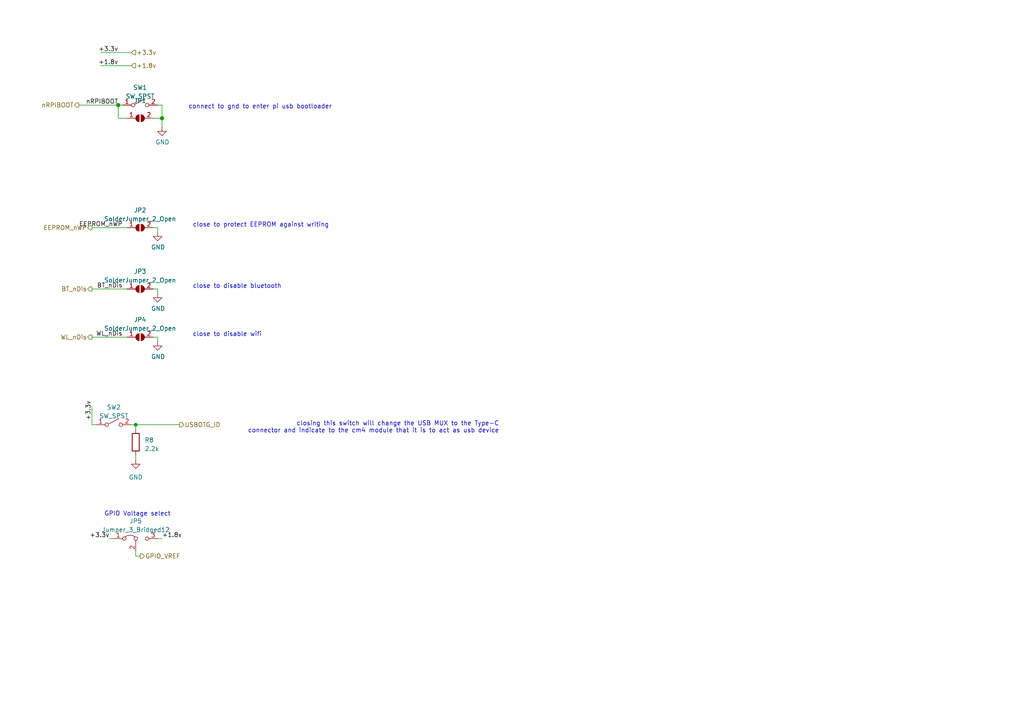
<source format=kicad_sch>
(kicad_sch (version 20210406) (generator eeschema)
  (paper "A4")
  (lib_symbols
    (symbol "Device:R" (pin_numbers hide) (pin_names (offset 0))
      (property "Reference" "R" (at 2.032 0 90))
      (property "Value" "R" (at 0 0 90))
      (symbol "R_0_1"
        (rectangle (start -1.016 -2.54) (end 1.016 2.54) (stroke (width 0.254)))
      )
      (symbol "R_1_1"
        (pin passive line (at 0 3.81 270) (length 1.27) (name "~") (number "1"))
        (pin passive line (at 0 -3.81 90) (length 1.27) (name "~") (number "2"))
      )
    )
    (symbol "Jumper:Jumper_3_Bridged12" (pin_names (offset 0) hide)
      (property "Reference" "JP" (at -2.54 -2.54 0))
      (property "Value" "Jumper_3_Bridged12" (at 0 2.794 0))
      (symbol "Jumper_3_Bridged12_0_0"
        (circle (center -3.302 0) (radius 0.508))
        (circle (center 0 0) (radius 0.508))
        (circle (center 3.302 0) (radius 0.508))
      )
      (symbol "Jumper_3_Bridged12_0_1"
        (arc (start -3.048 0.508) (end -0.254 0.508) (radius (at -1.651 -1.27) (length 2.2606) (angles 128.2 51.8)))
        (polyline (pts (xy 0 -1.27) (xy 0 -0.508)))
      )
      (symbol "Jumper_3_Bridged12_1_1"
        (pin passive line (at -6.35 0 0) (length 2.54) (name "A") (number "1"))
        (pin input line (at 0 -3.81 90) (length 2.54) (name "C") (number "2"))
        (pin passive line (at 6.35 0 180) (length 2.54) (name "B") (number "3"))
      )
    )
    (symbol "Jumper:SolderJumper_2_Open" (pin_names (offset 0) hide)
      (property "Reference" "JP" (at 0 2.032 0))
      (property "Value" "SolderJumper_2_Open" (at 0 -2.54 0))
      (symbol "SolderJumper_2_Open_0_1"
        (arc (start -0.254 1.016) (end -0.254 -1.016) (radius (at -0.254 0) (length 1.016) (angles 90.1 -90.1)))
        (arc (start 0.254 -1.016) (end 0.254 1.016) (radius (at 0.254 0) (length 1.016) (angles -89.9 89.9)))
        (arc (start -0.254 1.016) (end -0.254 -1.016) (radius (at -0.254 0) (length 1.016) (angles 90.1 -90.1)) (fill (type outline)))
        (arc (start 0.254 -1.016) (end 0.254 1.016) (radius (at 0.254 0) (length 1.016) (angles -89.9 89.9)) (fill (type outline)))
        (polyline (pts (xy -0.254 1.016) (xy -0.254 -1.016)))
        (polyline (pts (xy 0.254 1.016) (xy 0.254 -1.016)))
      )
      (symbol "SolderJumper_2_Open_1_1"
        (pin passive line (at -3.81 0 0) (length 2.54) (name "A") (number "1"))
        (pin passive line (at 3.81 0 180) (length 2.54) (name "B") (number "2"))
      )
    )
    (symbol "Switch:SW_SPST" (pin_names (offset 0) hide)
      (property "Reference" "SW" (at 0 3.175 0))
      (property "Value" "SW_SPST" (at 0 -2.54 0))
      (symbol "SW_SPST_0_0"
        (circle (center -2.032 0) (radius 0.508))
        (circle (center 2.032 0) (radius 0.508))
        (polyline (pts (xy -1.524 0.254) (xy 1.524 1.778)))
      )
      (symbol "SW_SPST_1_1"
        (pin passive line (at -5.08 0 0) (length 2.54) (name "A") (number "1"))
        (pin passive line (at 5.08 0 180) (length 2.54) (name "B") (number "2"))
      )
    )
    (symbol "power:GND" (power) (pin_names (offset 0))
      (property "Value" "GND" (at 0 -3.81 0))
      (symbol "GND_0_1"
        (polyline (pts (xy 0 0) (xy 0 -1.27) (xy 1.27 -1.27) (xy 0 -2.54) (xy -1.27 -1.27) (xy 0 -1.27)))
      )
      (symbol "GND_1_1"
        (pin power_in line (at 0 0 270) (length 0) hide (name "GND") (number "1"))
      )
    )
  )
  (junction (at 34.29 30.48) (diameter 1.016))
  (junction (at 39.37 123.19) (diameter 0.9144))
  (junction (at 46.99 34.29) (diameter 1.016))
  (wire (pts (xy 22.86 30.48) (xy 34.29 30.48)))
  (wire (pts (xy 26.67 66.04) (xy 36.83 66.04)))
  (wire (pts (xy 26.67 83.82) (xy 36.83 83.82)))
  (wire (pts (xy 26.67 97.79) (xy 36.83 97.79)))
  (wire (pts (xy 26.67 118.11) (xy 26.67 123.19)))
  (wire (pts (xy 27.94 123.19) (xy 26.67 123.19)))
  (wire (pts (xy 29.21 15.24) (xy 38.1 15.24)))
  (wire (pts (xy 29.21 19.05) (xy 38.1 19.05)))
  (wire (pts (xy 31.75 156.21) (xy 33.02 156.21)))
  (wire (pts (xy 34.29 30.48) (xy 34.29 34.29)))
  (wire (pts (xy 34.29 30.48) (xy 35.56 30.48)))
  (wire (pts (xy 34.29 34.29) (xy 36.83 34.29)))
  (wire (pts (xy 38.1 123.19) (xy 39.37 123.19)))
  (wire (pts (xy 39.37 123.19) (xy 39.37 124.46)))
  (wire (pts (xy 39.37 123.19) (xy 52.07 123.19)))
  (wire (pts (xy 39.37 132.08) (xy 39.37 133.35)))
  (wire (pts (xy 39.37 160.02) (xy 39.37 161.29)))
  (wire (pts (xy 39.37 161.29) (xy 40.64 161.29)))
  (wire (pts (xy 44.45 34.29) (xy 46.99 34.29)))
  (wire (pts (xy 44.45 66.04) (xy 45.72 66.04)))
  (wire (pts (xy 44.45 83.82) (xy 45.72 83.82)))
  (wire (pts (xy 44.45 97.79) (xy 45.72 97.79)))
  (wire (pts (xy 45.72 30.48) (xy 46.99 30.48)))
  (wire (pts (xy 45.72 66.04) (xy 45.72 67.31)))
  (wire (pts (xy 45.72 83.82) (xy 45.72 85.09)))
  (wire (pts (xy 45.72 97.79) (xy 45.72 99.06)))
  (wire (pts (xy 45.72 156.21) (xy 46.99 156.21)))
  (wire (pts (xy 46.99 30.48) (xy 46.99 34.29)))
  (wire (pts (xy 46.99 34.29) (xy 46.99 36.83)))
  (text "GPIO Voltage select\n" (at 49.53 149.86 180) (effects (font (size 1.27 1.27)) (justify right bottom)))
  (text "connect to gnd to enter pi usb bootloader" (at 54.61 31.75 0) (effects (font (size 1.27 1.27)) (justify left bottom)))
  (text "close to protect EEPROM against writing" (at 55.88 66.04 0) (effects (font (size 1.27 1.27)) (justify left bottom)))
  (text "close to disable bluetooth" (at 55.88 83.82 0) (effects (font (size 1.27 1.27)) (justify left bottom)))
  (text "close to disable wifi" (at 55.88 97.79 0) (effects (font (size 1.27 1.27)) (justify left bottom)))
  (text "closing this switch will change the USB MUX to the Type-C\nconnector and indicate to the cm4 module that it is to act as usb device" (at 144.78 125.73 0) (effects (font (size 1.27 1.27)) (justify right bottom)))
  (label "+3.3v" (at 26.67 121.92 90))
  (label "+3.3v" (at 31.75 156.21 180))
  (label "+3.3v" (at 34.29 15.24 180))
  (label "+1.8v" (at 34.29 19.05 180))
  (label "nRPIBOOT" (at 34.29 30.48 180))
  (label "EEPROM_nWP" (at 35.56 66.04 180))
  (label "BT_nDis" (at 35.56 83.82 180))
  (label "WL_nDis" (at 35.56 97.79 180))
  (label "+1.8v" (at 46.99 156.21 0))
  (hierarchical_label "nRPIBOOT" (shape output) (at 22.86 30.48 180))
  (hierarchical_label "EEPROM_nWP" (shape output) (at 26.67 66.04 180))
  (hierarchical_label "BT_nDis" (shape output) (at 26.67 83.82 180))
  (hierarchical_label "WL_nDis" (shape output) (at 26.67 97.79 180))
  (hierarchical_label "+3.3v" (shape input) (at 38.1 15.24 0))
  (hierarchical_label "+1.8v" (shape input) (at 38.1 19.05 0))
  (hierarchical_label "GPIO_VREF" (shape output) (at 40.64 161.29 0))
  (hierarchical_label "USBOTG_ID" (shape output) (at 52.07 123.19 0))
  (symbol (lib_id "power:GND") (at 39.37 133.35 0) (unit 1)
    (property "Reference" "#PWR061" (effects hide))
    (property "Value" "GND" (at 39.37 138.43 0))
  )
  (symbol (lib_id "power:GND") (at 45.72 67.31 0) (unit 1)
    (property "Reference" "#PWR058" (effects hide))
    (property "Value" "GND" (at 45.847 71.7042 0))
  )
  (symbol (lib_id "power:GND") (at 45.72 85.09 0) (unit 1)
    (property "Reference" "#PWR059" (effects hide))
    (property "Value" "GND" (at 45.847 89.4842 0))
  )
  (symbol (lib_id "power:GND") (at 45.72 99.06 0) (unit 1)
    (property "Reference" "#PWR060" (effects hide))
    (property "Value" "GND" (at 45.847 103.4542 0))
  )
  (symbol (lib_id "power:GND") (at 46.99 36.83 0) (unit 1)
    (property "Reference" "#PWR057" (effects hide))
    (property "Value" "GND" (at 47.117 41.2242 0))
  )
  (symbol (lib_id "Jumper:SolderJumper_2_Open") (at 40.64 34.29 0) (unit 1)
    (property "Reference" "JP1" (at 40.64 29.21 0))
    (property "Value" "SolderJumper_2_Open" (effects hide))
    (property "Footprint" "Jumper:SolderJumper-2_P1.3mm_Open_RoundedPad1.0x1.5mm" (effects hide))
  )
  (symbol (lib_id "Jumper:SolderJumper_2_Open") (at 40.64 66.04 0) (unit 1)
    (property "Reference" "JP2" (at 40.64 60.96 0))
    (property "Value" "SolderJumper_2_Open" (at 40.64 63.5 0))
    (property "Footprint" "Jumper:SolderJumper-2_P1.3mm_Open_RoundedPad1.0x1.5mm" (effects hide))
  )
  (symbol (lib_id "Jumper:SolderJumper_2_Open") (at 40.64 83.82 0) (unit 1)
    (property "Reference" "JP3" (at 40.64 78.74 0))
    (property "Value" "SolderJumper_2_Open" (at 40.64 81.28 0))
    (property "Footprint" "Jumper:SolderJumper-2_P1.3mm_Open_RoundedPad1.0x1.5mm" (effects hide))
  )
  (symbol (lib_id "Jumper:SolderJumper_2_Open") (at 40.64 97.79 0) (unit 1)
    (property "Reference" "JP4" (at 40.64 92.71 0))
    (property "Value" "SolderJumper_2_Open" (at 40.64 95.25 0))
    (property "Footprint" "Jumper:SolderJumper-2_P1.3mm_Open_RoundedPad1.0x1.5mm" (effects hide))
  )
  (symbol (lib_id "Device:R") (at 39.37 128.27 0) (unit 1)
    (property "Reference" "R8" (at 41.91 127.6349 0) (effects (justify left)))
    (property "Value" "2.2k" (at 41.91 130.1749 0) (effects (justify left)))
    (property "Footprint" "Resistor_SMD:R_0603_1608Metric" (effects hide))
  )
  (symbol (lib_id "Switch:SW_SPST") (at 33.02 123.19 0) (unit 1)
    (property "Reference" "SW2" (at 33.02 118.11 0))
    (property "Value" "SW_SPST" (at 33.02 120.65 0))
    (property "Footprint" "cm4crypto:cus-12b" (effects hide))
  )
  (symbol (lib_id "Switch:SW_SPST") (at 40.64 30.48 0) (unit 1)
    (property "Reference" "SW1" (at 40.64 25.4 0))
    (property "Value" "SW_SPST" (at 40.64 27.94 0))
    (property "Footprint" "cm4crypto:cus-12b" (effects hide))
  )
  (symbol (lib_id "Jumper:Jumper_3_Bridged12") (at 39.37 156.21 0) (unit 1)
    (property "Reference" "JP5" (at 39.37 151.13 0))
    (property "Value" "Jumper_3_Bridged12" (at 39.37 153.67 0))
    (property "Footprint" "Jumper:SolderJumper-3_P1.3mm_Bridged12_RoundedPad1.0x1.5mm" (effects hide))
  )
)
</source>
